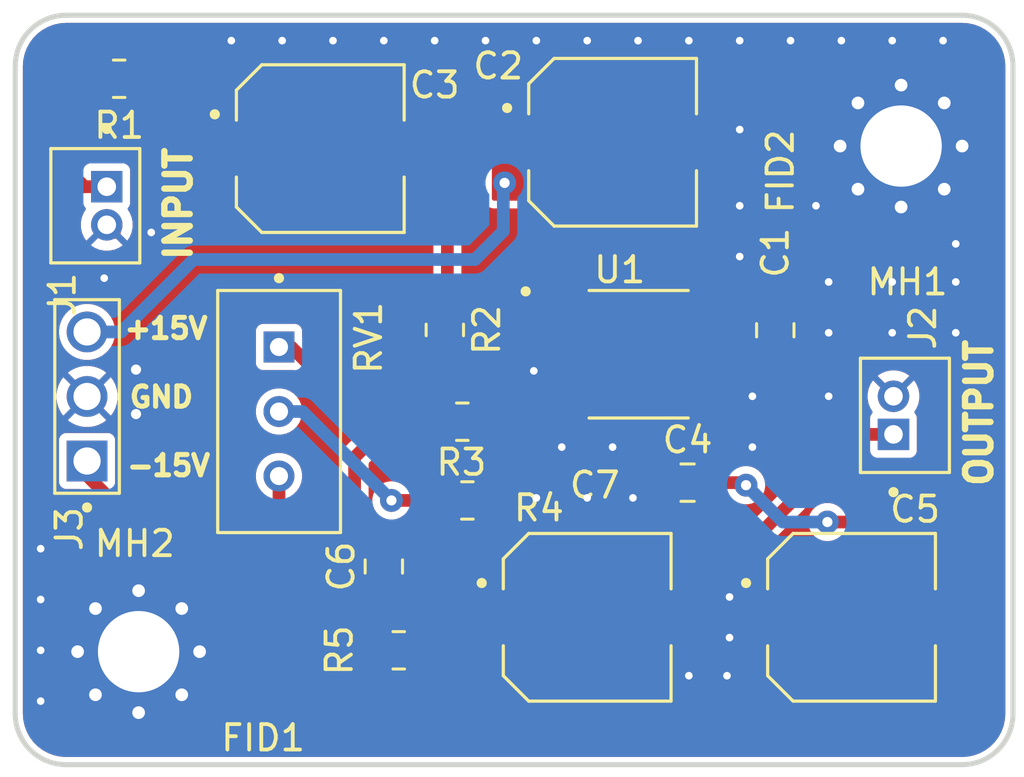
<source format=kicad_pcb>
(kicad_pcb (version 20241229) (generator "pcbnew") (generator_version "9.0")
  (layers (0 "F.Cu" signal) (2 "B.Cu" signal) (13 "F.Paste" user) (15 "B.Paste" user) (5 "F.SilkS" user "F.Silkscreen") (7 "B.SilkS" user "B.Silkscreen") (1 "F.Mask" user) (3 "B.Mask" user) (25 "Edge.Cuts" user))
  (net 0 "")
  (net 1 "+15V")
  (net 2 "GND")
  (net 3 "Net-(C3-Pad1)")
  (net 4 "-15V")
  (net 5 "Net-(C6-Pad1)")
  (net 6 "Net-(C6-Pad2)")
  (net 7 "Net-(C7-Pad1)")
  (net 8 "/CONN_I")
  (net 9 "/CONN_O")
  (net 10 "/O_P")
  (net 11 "Net-(R4-Pad1)")
  (net 12 "/IN_L")
  (footprint "MountingHole:MountingHole_3.2mm_M3_Pad_Via" (layer "F.Cu") (at 168.85 102.15)
    (property "Reference" "MH1" (at 0.25 5.35 0) (layer "F.SilkS"))
    (property "Value" "M3")
    (pad "1" thru_hole circle (at -2.4 0) (size 0.8 0.8) (drill 0.5) (layers "*.Cu" "*.Mask") (net 2 "GND"))
    (pad "1" thru_hole circle (at -1.697056 -1.697056) (size 0.8 0.8) (drill 0.5) (layers "*.Cu" "*.Mask") (net 2 "GND"))
    (pad "1" thru_hole circle (at -1.697056 1.697056) (size 0.8 0.8) (drill 0.5) (layers "*.Cu" "*.Mask") (net 2 "GND"))
    (pad "1" thru_hole circle (at 0 -2.4) (size 0.8 0.8) (drill 0.5) (layers "*.Cu" "*.Mask") (net 2 "GND"))
    (pad "1" thru_hole circle (at 0 0) (size 6.4 6.4) (drill 3.2) (layers "*.Cu" "*.Mask") (net 2 "GND"))
    (pad "1" thru_hole circle (at 0 2.4) (size 0.8 0.8) (drill 0.5) (layers "*.Cu" "*.Mask") (net 2 "GND"))
    (pad "1" thru_hole circle (at 1.697056 -1.697056) (size 0.8 0.8) (drill 0.5) (layers "*.Cu" "*.Mask") (net 2 "GND"))
    (pad "1" thru_hole circle (at 1.697056 1.697056) (size 0.8 0.8) (drill 0.5) (layers "*.Cu" "*.Mask") (net 2 "GND"))
    (pad "1" thru_hole circle (at 2.4 0) (size 0.8 0.8) (drill 0.5) (layers "*.Cu" "*.Mask") (net 2 "GND"))
  )
  (footprint "Electrolytic_EEE1CA470SP:CAP_EEE1CA470SP" (layer "F.Cu") (at 166.9 120.7)
    (property "Reference" "C5" (at 2.5 -4.25 0) (layer "F.SilkS"))
    (property "Value" "47u")
    (fp_line (start -3.3 -2.3) (end -3.3 -1.12) (stroke (width 0.127)) (layer "F.SilkS"))
    (fp_line (start -3.3 1.12) (end -3.3 2.3) (stroke (width 0.127)) (layer "F.SilkS"))
    (fp_line (start -3.3 2.3) (end -2.3 3.3) (stroke (width 0.127)) (layer "F.SilkS"))
    (fp_line (start -2.3 -3.3) (end -3.3 -2.3) (stroke (width 0.127)) (layer "F.SilkS"))
    (fp_line (start -2.3 3.3) (end 3.3 3.3) (stroke (width 0.127)) (layer "F.SilkS"))
    (fp_line (start 3.3 -3.3) (end -2.3 -3.3) (stroke (width 0.127)) (layer "F.SilkS"))
    (fp_line (start 3.3 -1.12) (end 3.3 -3.3) (stroke (width 0.127)) (layer "F.SilkS"))
    (fp_line (start 3.3 3.3) (end 3.3 1.12) (stroke (width 0.127)) (layer "F.SilkS"))
    (fp_circle (center -4.15 -1.35) (end -4.05 -1.35) (stroke (width 0.2)) (fill no) (layer "F.SilkS"))
    (pad "1" smd rect (at -2.5 0) (size 3.2 1.6) (layers "F.Cu" "F.Mask" "F.Paste") (net 2 "GND"))
    (pad "2" smd rect (at 2.5 0) (size 3.2 1.6) (layers "F.Cu" "F.Mask" "F.Paste") (net 4 "-15V"))
  )
  (footprint "MountingHole:MountingHole_3.2mm_M3_Pad_Via" (layer "F.Cu") (at 138.852944 122.052944)
    (property "Reference" "MH2" (at -0.152944 -4.252944 0) (layer "F.SilkS"))
    (property "Value" "M3")
    (pad "1" thru_hole circle (at -2.4 0) (size 0.8 0.8) (drill 0.5) (layers "*.Cu" "*.Mask") (net 2 "GND"))
    (pad "1" thru_hole circle (at -1.697056 -1.697056) (size 0.8 0.8) (drill 0.5) (layers "*.Cu" "*.Mask") (net 2 "GND"))
    (pad "1" thru_hole circle (at -1.697056 1.697056) (size 0.8 0.8) (drill 0.5) (layers "*.Cu" "*.Mask") (net 2 "GND"))
    (pad "1" thru_hole circle (at 0 -2.4) (size 0.8 0.8) (drill 0.5) (layers "*.Cu" "*.Mask") (net 2 "GND"))
    (pad "1" thru_hole circle (at 0 0) (size 6.4 6.4) (drill 3.2) (layers "*.Cu" "*.Mask") (net 2 "GND"))
    (pad "1" thru_hole circle (at 0 2.4) (size 0.8 0.8) (drill 0.5) (layers "*.Cu" "*.Mask") (net 2 "GND"))
    (pad "1" thru_hole circle (at 1.697056 -1.697056) (size 0.8 0.8) (drill 0.5) (layers "*.Cu" "*.Mask") (net 2 "GND"))
    (pad "1" thru_hole circle (at 1.697056 1.697056) (size 0.8 0.8) (drill 0.5) (layers "*.Cu" "*.Mask") (net 2 "GND"))
    (pad "1" thru_hole circle (at 2.4 0) (size 0.8 0.8) (drill 0.5) (layers "*.Cu" "*.Mask") (net 2 "GND"))
  )
  (footprint "Resistor_SMD:R_0805_2012Metric" (layer "F.Cu") (at 151.5875 113 180)
    (property "Reference" "R3" (at 0.0375 -1.6 0) (layer "F.SilkS"))
    (property "Value" "1k5")
    (fp_line (start -0.227064 0.735) (end 0.227064 0.735) (stroke (width 0.12)) (layer "F.SilkS"))
    (fp_line (start -0.227064 -0.735) (end 0.227064 -0.735) (stroke (width 0.12)) (layer "F.SilkS"))
    (pad "1" smd roundrect (at -0.9125 0 180) (size 1.025 1.4) (layers "F.Cu" "F.Mask" "F.Paste") (roundrect_rratio 0.243902) (net 10 "/O_P"))
    (pad "2" smd roundrect (at 0.9125 0 180) (size 1.025 1.4) (layers "F.Cu" "F.Mask" "F.Paste") (roundrect_rratio 0.243902) (net 6 "Net-(C6-Pad2)"))
  )
  (footprint "Capacitor_SMD:C_0805_2012Metric" (layer "F.Cu") (at 148.5 118.7 90)
    (property "Reference" "C6" (at 0 -1.68 90) (layer "F.SilkS"))
    (property "Value" "47u")
    (fp_line (start -0.261252 -0.735) (end 0.261252 -0.735) (stroke (width 0.12)) (layer "F.SilkS"))
    (fp_line (start -0.261252 0.735) (end 0.261252 0.735) (stroke (width 0.12)) (layer "F.SilkS"))
    (pad "1" smd roundrect (at -0.95 0 90) (size 1 1.45) (layers "F.Cu" "F.Mask" "F.Paste") (net 5 "Net-(C6-Pad1)"))
    (pad "2" smd roundrect (at 0.95 0 90) (size 1 1.45) (layers "F.Cu" "F.Mask" "F.Paste") (net 6 "Net-(C6-Pad2)"))
  )
  (footprint "M20-9990346:HARWIN_M20-9990346" (layer "F.Cu") (at 136.825 112.0075 90)
    (property "Reference" "J3" (at -5.2175 -0.7 90) (layer "F.SilkS"))
    (property "Value" "Conn_01x03_Socket")
    (fp_line (start 3.81 -1.27) (end 3.81 1.27) (stroke (width 0.127)) (layer "F.SilkS"))
    (fp_line (start -3.81 -1.27) (end 3.81 -1.27) (stroke (width 0.127)) (layer "F.SilkS"))
    (fp_line (start 3.81 1.27) (end -3.81 1.27) (stroke (width 0.127)) (layer "F.SilkS"))
    (fp_line (start -3.81 1.27) (end -3.81 -1.27) (stroke (width 0.127)) (layer "F.SilkS"))
    (fp_circle (center -4.37 0) (end -4.27 0) (stroke (width 0.2)) (fill no) (layer "F.SilkS"))
    (pad "1" thru_hole rect (at -2.54 0 90) (size 1.605 1.605) (drill 1.07) (layers "*.Cu" "*.Mask") (net 4 "-15V"))
    (pad "2" thru_hole circle (at 0 0 90) (size 1.605 1.605) (drill 1.07) (layers "*.Cu" "*.Mask") (net 2 "GND"))
    (pad "3" thru_hole circle (at 2.54 0 90) (size 1.605 1.605) (drill 1.07) (layers "*.Cu" "*.Mask") (net 1 "+15V"))
  )
  (footprint "Fiducial:Fiducial_0.5mm_Mask2mm" (layer "F.Cu") (at 163.95 100)
    (property "Reference" "FID2" (at 0.15 3.15 90) (layer "F.SilkS"))
    (property "Value" "Fiducial" (hide yes))
    (pad "" smd circle (at 0 0) (size 0.5 0.5) (layers "F.Cu" "F.Mask") (clearance 0.75))
  )
  (footprint "Electrolytic_EEE1CA470SP:CAP_EEE1CA470SP" (layer "F.Cu") (at 146 102.25)
    (property "Reference" "C3" (at 4.5 -2.5 0) (layer "F.SilkS"))
    (property "Value" "47u")
    (fp_line (start -3.3 -2.3) (end -3.3 -1.12) (stroke (width 0.127)) (layer "F.SilkS"))
    (fp_line (start -3.3 1.12) (end -3.3 2.3) (stroke (width 0.127)) (layer "F.SilkS"))
    (fp_line (start -3.3 2.3) (end -2.3 3.3) (stroke (width 0.127)) (layer "F.SilkS"))
    (fp_line (start -2.3 -3.3) (end -3.3 -2.3) (stroke (width 0.127)) (layer "F.SilkS"))
    (fp_line (start -2.3 3.3) (end 3.3 3.3) (stroke (width 0.127)) (layer "F.SilkS"))
    (fp_line (start 3.3 -3.3) (end -2.3 -3.3) (stroke (width 0.127)) (layer "F.SilkS"))
    (fp_line (start 3.3 -1.12) (end 3.3 -3.3) (stroke (width 0.127)) (layer "F.SilkS"))
    (fp_line (start 3.3 3.3) (end 3.3 1.12) (stroke (width 0.127)) (layer "F.SilkS"))
    (fp_circle (center -4.15 -1.35) (end -4.05 -1.35) (stroke (width 0.2)) (fill no) (layer "F.SilkS"))
    (pad "1" smd rect (at -2.5 0) (size 3.2 1.6) (layers "F.Cu" "F.Mask" "F.Paste") (net 3 "Net-(C3-Pad1)"))
    (pad "2" smd rect (at 2.5 0) (size 3.2 1.6) (layers "F.Cu" "F.Mask" "F.Paste") (net 10 "/O_P"))
  )
  (footprint "TL072CDT:SOIC127P600X175-8N" (layer "F.Cu") (at 158.525 110.345)
    (property "Reference" "U1" (at -0.745 -3.322 0) (layer "F.SilkS"))
    (property "Value" "TL072CDT")
    (fp_line (start -1.95 -2.51) (end 1.95 -2.51) (stroke (width 0.127)) (layer "F.SilkS"))
    (fp_line (start -1.95 2.51) (end 1.95 2.51) (stroke (width 0.127)) (layer "F.SilkS"))
    (fp_circle (center -4.445 -2.475) (end -4.345 -2.475) (stroke (width 0.2)) (fill no) (layer "F.SilkS"))
    (pad "1" smd roundrect (at -2.475 -1.905) (size 1.97 0.57) (layers "F.Cu" "F.Mask" "F.Paste") (roundrect_rratio 0.125) (net 10 "/O_P"))
    (pad "2" smd roundrect (at -2.475 -0.635) (size 1.97 0.57) (layers "F.Cu" "F.Mask" "F.Paste") (roundrect_rratio 0.125) (net 12 "/IN_L"))
    (pad "3" smd roundrect (at -2.475 0.635) (size 1.97 0.57) (layers "F.Cu" "F.Mask" "F.Paste") (roundrect_rratio 0.125) (net 2 "GND"))
    (pad "4" smd roundrect (at -2.475 1.905) (size 1.97 0.57) (layers "F.Cu" "F.Mask" "F.Paste") (roundrect_rratio 0.125) (net 4 "-15V"))
    (pad "5" smd roundrect (at 2.475 1.905) (size 1.97 0.57) (layers "F.Cu" "F.Mask" "F.Paste") (roundrect_rratio 0.125))
    (pad "6" smd roundrect (at 2.475 0.635) (size 1.97 0.57) (layers "F.Cu" "F.Mask" "F.Paste") (roundrect_rratio 0.125))
    (pad "7" smd roundrect (at 2.475 -0.635) (size 1.97 0.57) (layers "F.Cu" "F.Mask" "F.Paste") (roundrect_rratio 0.125))
    (pad "8" smd roundrect (at 2.475 -1.905) (size 1.97 0.57) (layers "F.Cu" "F.Mask" "F.Paste") (roundrect_rratio 0.125) (net 1 "+15V"))
  )
  (footprint "Resistor_SMD:R_0805_2012Metric" (layer "F.Cu") (at 149.0875 122)
    (property "Reference" "R5" (at -2.3375 0 90) (layer "F.SilkS"))
    (property "Value" "1k5")
    (fp_line (start -0.227064 -0.735) (end 0.227064 -0.735) (stroke (width 0.12)) (layer "F.SilkS"))
    (fp_line (start -0.227064 0.735) (end 0.227064 0.735) (stroke (width 0.12)) (layer "F.SilkS"))
    (pad "1" smd roundrect (at -0.9125 0) (size 1.025 1.4) (layers "F.Cu" "F.Mask" "F.Paste") (roundrect_rratio 0.243902) (net 5 "Net-(C6-Pad1)"))
    (pad "2" smd roundrect (at 0.9125 0) (size 1.025 1.4) (layers "F.Cu" "F.Mask" "F.Paste") (roundrect_rratio 0.243902) (net 7 "Net-(C7-Pad1)"))
  )
  (footprint "Resistor_SMD:R_0805_2012Metric" (layer "F.Cu") (at 150.9 109.3875 -90)
    (property "Reference" "R2" (at 0 -1.65 90) (layer "F.SilkS"))
    (property "Value" "220k")
    (fp_line (start -0.227064 0.735) (end 0.227064 0.735) (stroke (width 0.12)) (layer "F.SilkS"))
    (fp_line (start -0.227064 -0.735) (end 0.227064 -0.735) (stroke (width 0.12)) (layer "F.SilkS"))
    (pad "1" smd roundrect (at -0.9125 0 270) (size 1.025 1.4) (layers "F.Cu" "F.Mask" "F.Paste") (roundrect_rratio 0.243902) (net 10 "/O_P"))
    (pad "2" smd roundrect (at 0.9125 0 270) (size 1.025 1.4) (layers "F.Cu" "F.Mask" "F.Paste") (roundrect_rratio 0.243902) (net 12 "/IN_L"))
  )
  (footprint "3296W-1-203LF:TRIM_3296W-1-203LF" (layer "F.Cu") (at 144.375 112.6 -90)
    (property "Reference" "RV1" (at -2.9 -3.525 90) (layer "F.SilkS") (effects (font (size 1.004283 1.004283))))
    (property "Value" "10k")
    (fp_line (start -4.765 2.41) (end -4.765 -2.42) (stroke (width 0.127)) (layer "F.SilkS"))
    (fp_line (start 4.765 2.41) (end -4.765 2.41) (stroke (width 0.127)) (layer "F.SilkS"))
    (fp_line (start -4.765 -2.42) (end 4.765 -2.42) (stroke (width 0.127)) (layer "F.SilkS"))
    (fp_line (start 4.765 -2.42) (end 4.765 2.41) (stroke (width 0.127)) (layer "F.SilkS"))
    (fp_circle (center -5.25 0) (end -5.15 0) (stroke (width 0.2)) (fill no) (layer "F.SilkS"))
    (pad "1" thru_hole rect (at -2.54 0 270) (size 1.218 1.218) (drill 0.71) (layers "*.Cu" "*.Mask") (net 6 "Net-(C6-Pad2)"))
    (pad "2" thru_hole circle (at 0 0 270) (size 1.218 1.218) (drill 0.71) (layers "*.Cu" "*.Mask") (net 11 "Net-(R4-Pad1)"))
    (pad "3" thru_hole circle (at 2.54 0 270) (size 1.218 1.218) (drill 0.71) (layers "*.Cu" "*.Mask") (net 5 "Net-(C6-Pad1)"))
  )
  (footprint "Fiducial:Fiducial_0.5mm_Mask2mm" (layer "F.Cu") (at 143.65 123.35)
    (property "Reference" "FID1" (at 0.1 2.1 0) (layer "F.SilkS"))
    (property "Value" "Fiducial" (hide yes))
    (pad "" smd circle (at 0 0) (size 0.5 0.5) (layers "F.Cu" "F.Mask") (clearance 0.75))
  )
  (footprint "RMC_Header_connector:JST_B2B-ZR_LF__SN_" (layer "F.Cu") (at 169 112.75 -90)
    (property "Reference" "J2" (at -3.45 -0.7 90) (layer "F.SilkS"))
    (property "Value" "Conn")
    (fp_line (start 2.25 1.75) (end -2.25 1.75) (stroke (width 0.127)) (layer "F.SilkS"))
    (fp_line (start 2.25 1.75) (end 2.25 -1.75) (stroke (width 0.127)) (layer "F.SilkS"))
    (fp_line (start -2.25 -1.75) (end -2.25 1.75) (stroke (width 0.127)) (layer "F.SilkS"))
    (fp_line (start 2.25 -1.75) (end -2.25 -1.75) (stroke (width 0.127)) (layer "F.SilkS"))
    (fp_circle (center 3.023 0.45) (end 3.123 0.45) (stroke (width 0.2)) (fill no) (layer "F.SilkS"))
    (pad "1" thru_hole rect (at 0.75 0.45 270) (size 1.238 1.238) (drill 0.73) (layers "*.Cu" "*.Mask") (net 8 "/CONN_I"))
    (pad "2" thru_hole circle (at -0.75 0.45 270) (size 1.238 1.238) (drill 0.73) (layers "*.Cu" "*.Mask") (net 2 "GND"))
  )
  (footprint "Electrolytic_EEE1CA470SP:CAP_EEE1CA470SP" (layer "F.Cu") (at 157.5 102)
    (property "Reference" "C2" (at -4.5 -3 0) (layer "F.SilkS"))
    (property "Value" "47u")
    (fp_line (start -3.3 -2.3) (end -3.3 -1.12) (stroke (width 0.127)) (layer "F.SilkS"))
    (fp_line (start -3.3 1.12) (end -3.3 2.3) (stroke (width 0.127)) (layer "F.SilkS"))
    (fp_line (start -3.3 2.3) (end -2.3 3.3) (stroke (width 0.127)) (layer "F.SilkS"))
    (fp_line (start -2.3 -3.3) (end -3.3 -2.3) (stroke (width 0.127)) (layer "F.SilkS"))
    (fp_line (start -2.3 3.3) (end 3.3 3.3) (stroke (width 0.127)) (layer "F.SilkS"))
    (fp_line (start 3.3 -3.3) (end -2.3 -3.3) (stroke (width 0.127)) (layer "F.SilkS"))
    (fp_line (start 3.3 -1.12) (end 3.3 -3.3) (stroke (width 0.127)) (layer "F.SilkS"))
    (fp_line (start 3.3 3.3) (end 3.3 1.12) (stroke (width 0.127)) (layer "F.SilkS"))
    (fp_circle (center -4.15 -1.35) (end -4.05 -1.35) (stroke (width 0.2)) (fill no) (layer "F.SilkS"))
    (pad "1" smd rect (at -2.5 0) (size 3.2 1.6) (layers "F.Cu" "F.Mask" "F.Paste") (net 1 "+15V"))
    (pad "2" smd rect (at 2.5 0) (size 3.2 1.6) (layers "F.Cu" "F.Mask" "F.Paste") (net 2 "GND"))
  )
  (footprint "Capacitor_SMD:C_0805_2012Metric" (layer "F.Cu") (at 160.45 115.4)
    (property "Reference" "C4" (at 0 -1.68 0) (layer "F.SilkS"))
    (property "Value" "0u1")
    (fp_line (start -0.261252 -0.735) (end 0.261252 -0.735) (stroke (width 0.12)) (layer "F.SilkS"))
    (fp_line (start -0.261252 0.735) (end 0.261252 0.735) (stroke (width 0.12)) (layer "F.SilkS"))
    (pad "1" smd roundrect (at -0.95 0) (size 1 1.45) (layers "F.Cu" "F.Mask" "F.Paste") (net 2 "GND"))
    (pad "2" smd roundrect (at 0.95 0) (size 1 1.45) (layers "F.Cu" "F.Mask" "F.Paste") (net 4 "-15V"))
  )
  (footprint "RMC_Header_connector:JST_B2B-ZR_LF__SN_" (layer "F.Cu") (at 137.15 104.5 90)
    (property "Reference" "J1" (at -3.5 -1.3 90) (layer "F.SilkS"))
    (property "Value" "Conn")
    (fp_line (start 2.25 -1.75) (end -2.25 -1.75) (stroke (width 0.127)) (layer "F.SilkS"))
    (fp_line (start -2.25 -1.75) (end -2.25 1.75) (stroke (width 0.127)) (layer "F.SilkS"))
    (fp_line (start 2.25 1.75) (end 2.25 -1.75) (stroke (width 0.127)) (layer "F.SilkS"))
    (fp_line (start 2.25 1.75) (end -2.25 1.75) (stroke (width 0.127)) (layer "F.SilkS"))
    (fp_circle (center 3.023 0.45) (end 3.123 0.45) (stroke (width 0.2)) (fill no) (layer "F.SilkS"))
    (pad "1" thru_hole rect (at 0.75 0.45 90) (size 1.238 1.238) (drill 0.73) (layers "*.Cu" "*.Mask") (net 9 "/CONN_O"))
    (pad "2" thru_hole circle (at -0.75 0.45 90) (size 1.238 1.238) (drill 0.73) (layers "*.Cu" "*.Mask") (net 2 "GND"))
  )
  (footprint "Resistor_SMD:R_0805_2012Metric" (layer "F.Cu") (at 138.0875 99.5 180)
    (property "Reference" "R1" (at 0 -1.8375 0) (layer "F.SilkS"))
    (property "Value" "47k")
    (fp_line (start -0.227064 0.735) (end 0.227064 0.735) (stroke (width 0.12)) (layer "F.SilkS"))
    (fp_line (start -0.227064 -0.735) (end 0.227064 -0.735) (stroke (width 0.12)) (layer "F.SilkS"))
    (pad "1" smd roundrect (at -0.9125 0 180) (size 1.025 1.4) (layers "F.Cu" "F.Mask" "F.Paste") (roundrect_rratio 0.243902) (net 3 "Net-(C3-Pad1)"))
    (pad "2" smd roundrect (at 0.9125 0 180) (size 1.025 1.4) (layers "F.Cu" "F.Mask" "F.Paste") (roundrect_rratio 0.243902) (net 9 "/CONN_O"))
  )
  (footprint "Capacitor_SMD:C_0805_2012Metric" (layer "F.Cu") (at 163.9 109.4 90)
    (property "Reference" "C1" (at 3.05 0 90) (layer "F.SilkS"))
    (property "Value" "0u1")
    (fp_line (start -0.261252 -0.735) (end 0.261252 -0.735) (stroke (width 0.12)) (layer "F.SilkS"))
    (fp_line (start -0.261252 0.735) (end 0.261252 0.735) (stroke (width 0.12)) (layer "F.SilkS"))
    (pad "1" smd roundrect (at -0.95 0 90) (size 1 1.45) (layers "F.Cu" "F.Mask" "F.Paste") (net 2 "GND"))
    (pad "2" smd roundrect (at 0.95 0 90) (size 1 1.45) (layers "F.Cu" "F.Mask" "F.Paste") (net 1 "+15V"))
  )
  (footprint "Resistor_SMD:R_0805_2012Metric" (layer "F.Cu") (at 151.7875 116.1)
    (property "Reference" "R4" (at 2.8125 0.3 0) (layer "F.SilkS"))
    (property "Value" "1k5")
    (fp_line (start -0.227064 -0.735) (end 0.227064 -0.735) (stroke (width 0.12)) (layer "F.SilkS"))
    (fp_line (start -0.227064 0.735) (end 0.227064 0.735) (stroke (width 0.12)) (layer "F.SilkS"))
    (pad "1" smd roundrect (at -0.9125 0) (size 1.025 1.4) (layers "F.Cu" "F.Mask" "F.Paste") (roundrect_rratio 0.243902) (net 11 "Net-(R4-Pad1)"))
    (pad "2" smd roundrect (at 0.9125 0) (size 1.025 1.4) (layers "F.Cu" "F.Mask" "F.Paste") (roundrect_rratio 0.243902) (net 12 "/IN_L"))
  )
  (footprint "Electrolytic_EEE1CA470SP:CAP_EEE1CA470SP" (layer "F.Cu") (at 156.5 120.7)
    (property "Reference" "C7" (at 0.3 -5.2 0) (layer "F.SilkS"))
    (property "Value" "47u")
    (fp_line (start -3.3 -2.3) (end -3.3 -1.12) (stroke (width 0.127)) (layer "F.SilkS"))
    (fp_line (start -3.3 1.12) (end -3.3 2.3) (stroke (width 0.127)) (layer "F.SilkS"))
    (fp_line (start -3.3 2.3) (end -2.3 3.3) (stroke (width 0.127)) (layer "F.SilkS"))
    (fp_line (start -2.3 -3.3) (end -3.3 -2.3) (stroke (width 0.127)) (layer "F.SilkS"))
    (fp_line (start -2.3 3.3) (end 3.3 3.3) (stroke (width 0.127)) (layer "F.SilkS"))
    (fp_line (start 3.3 -3.3) (end -2.3 -3.3) (stroke (width 0.127)) (layer "F.SilkS"))
    (fp_line (start 3.3 -1.12) (end 3.3 -3.3) (stroke (width 0.127)) (layer "F.SilkS"))
    (fp_line (start 3.3 3.3) (end 3.3 1.12) (stroke (width 0.127)) (layer "F.SilkS"))
    (fp_circle (center -4.15 -1.35) (end -4.05 -1.35) (stroke (width 0.2)) (fill no) (layer "F.SilkS"))
    (pad "1" smd rect (at -2.5 0) (size 3.2 1.6) (layers "F.Cu" "F.Mask" "F.Paste") (net 7 "Net-(C7-Pad1)"))
    (pad "2" smd rect (at 2.5 0) (size 3.2 1.6) (layers "F.Cu" "F.Mask" "F.Paste") (net 8 "/CONN_I"))
  )
  (gr_arc (start 134 99) (mid 134.585786 97.585786) (end 136 97) (stroke (width 0.2)) (layer "Edge.Cuts"))
  (gr_line (start 134 124.5) (end 134 99) (stroke (width 0.2)) (layer "Edge.Cuts"))
  (gr_line (start 173.25 99) (end 173.25 124.5) (stroke (width 0.2)) (layer "Edge.Cuts"))
  (gr_line (start 136 97) (end 171.25 97) (stroke (width 0.2)) (layer "Edge.Cuts"))
  (gr_arc (start 173.25 124.5) (mid 172.664214 125.914214) (end 171.25 126.5) (stroke (width 0.2)) (layer "Edge.Cuts"))
  (gr_line (start 171.25 126.5) (end 136 126.5) (stroke (width 0.2)) (layer "Edge.Cuts"))
  (gr_arc (start 171.25 97) (mid 172.664214 97.585786) (end 173.25 99) (stroke (width 0.2)) (layer "Edge.Cuts"))
  (gr_arc (start 136 126.5) (mid 134.585786 125.914214) (end 134 124.5) (stroke (width 0.2)) (layer "Edge.Cuts"))
  (gr_text "-15V\n" (at 138.3 115.2 0) (layer "F.SilkS") (effects (font (size 0.8 0.8) (thickness 0.2) (bold yes)) (justify left bottom)))
  (gr_text "GND\n" (at 138.4 112.5 0) (layer "F.SilkS") (effects (font (size 0.8 0.8) (thickness 0.2) (bold yes)) (justify left bottom)))
  (gr_text "INPUT" (at 141 106.75 90) (layer "F.SilkS") (effects (font (size 1 1) (thickness 0.25) (bold yes)) (justify left bottom)))
  (gr_text "OUTPUT" (at 172.5 115.65 90) (layer "F.SilkS") (effects (font (size 1 1) (thickness 0.25) (bold yes)) (justify left bottom)))
  (gr_text "+15V\n" (at 138.2 109.8 0) (layer "F.SilkS") (effects (font (size 0.8 0.8) (thickness 0.2) (bold yes)) (justify left bottom)))
  (via (at 153.25 103.6) (size 0.9) (drill 0.4) (layers "F.Cu" "B.Cu") (net 1))
  (segment (start 152.083607 106.616393) (end 153.2 105.5) (width 0.5) (layer "B.Cu") (net 1))
  (segment (start 136.825 109.4675) (end 138.165286 109.4675) (width 0.5) (layer "B.Cu") (net 1))
  (segment (start 153.2 105.5) (end 153.2 103.65) (width 0.5) (layer "B.Cu") (net 1))
  (segment (start 141.016393 106.616393) (end 152.083607 106.616393) (width 0.5) (layer "B.Cu") (net 1))
  (segment (start 138.165286 109.4675) (end 141.016393 106.616393) (width 0.5) (layer "B.Cu") (net 1))
  (segment (start 153.2 103.65) (end 153.25 103.6) (width 0.5) (layer "B.Cu") (net 1))
  (segment (start 159.2 115.1) (end 159.5 115.4) (width 0.5) (layer "F.Cu") (net 2))
  (segment (start 154.42 110.98) (end 154.4 111) (width 0.5) (layer "F.Cu") (net 2))
  (segment (start 156.05 110.98) (end 154.42 110.98) (width 0.5) (layer "F.Cu") (net 2))
  (segment (start 168.35 111.8) (end 168.55 112) (width 0.5) (layer "F.Cu") (net 2))
  (segment (start 160.6 101.4) (end 160 102) (width 0.5) (layer "F.Cu") (net 2))
  (segment (start 137.9 105.55) (end 137.6 105.25) (width 0.5) (layer "F.Cu") (net 2))
  (segment (start 137.5 105.35) (end 137.6 105.25) (width 0.5) (layer "F.Cu") (net 2))
  (segment (start 168.4 111.85) (end 168.55 112) (width 0.5) (layer "F.Cu") (net 2))
  (via (at 135 118) (size 0.7) (drill 0.3) (layers "F.Cu" "B.Cu") (net 2))
  (via (at 171 107.5) (size 0.7) (drill 0.3) (layers "F.Cu" "B.Cu") (net 2))
  (via (at 142.5 98) (size 0.7) (drill 0.3) (layers "F.Cu" "B.Cu") (net 2))
  (via (at 157.5 114) (size 0.7) (drill 0.3) (layers "F.Cu" "B.Cu") (net 2))
  (via (at 155.5 114) (size 0.7) (drill 0.3) (layers "F.Cu" "B.Cu") (net 2))
  (via (at 164.5 98) (size 0.7) (drill 0.3) (layers "F.Cu" "B.Cu") (net 2))
  (via (at 171 106) (size 0.7) (drill 0.3) (layers "F.Cu" "B.Cu") (net 2))
  (via (at 166 107.5) (size 0.7) (drill 0.3) (layers "F.Cu" "B.Cu") (net 2))
  (via (at 166.5 98) (size 0.7) (drill 0.3) (layers "F.Cu" "B.Cu") (net 2))
  (via (at 137.5 107.35) (size 0.7) (drill 0.3) (layers "F.Cu" "B.Cu") (net 2))
  (via (at 148.5 98) (size 0.7) (drill 0.3) (layers "F.Cu" "B.Cu") (net 2))
  (via (at 158.3 116) (size 0.7) (drill 0.3) (layers "F.Cu" "B.Cu") (net 2))
  (via (at 170.5 98) (size 0.7) (drill 0.3) (layers "F.Cu" "B.Cu") (net 2))
  (via (at 160.5 98) (size 0.7) (drill 0.3) (layers "F.Cu" "B.Cu") (net 2))
  (via (at 163 114) (size 0.7) (drill 0.3) (layers "F.Cu" "B.Cu") (net 2))
  (via (at 166 109.5) (size 0.7) (drill 0.3) (layers "F.Cu" "B.Cu") (net 2))
  (via (at 154.5 98) (size 0.7) (drill 0.3) (layers "F.Cu" "B.Cu") (net 2))
  (via (at 152.5 98) (size 0.7) (drill 0.3) (layers "F.Cu" "B.Cu") (net 2))
  (via (at 144.5 98) (size 0.7) (drill 0.3) (layers "F.Cu" "B.Cu") (net 2))
  (via (at 135 122) (size 0.7) (drill 0.3) (layers "F.Cu" "B.Cu") (net 2))
  (via (at 162.1 119.9) (size 0.7) (drill 0.3) (layers "F.Cu" "B.Cu") (net 2))
  (via (at 163 112) (size 0.7) (drill 0.3) (layers "F.Cu" "B.Cu") (net 2))
  (via (at 168.5 107.5) (size 0.7) (drill 0.3) (layers "F.Cu" "B.Cu") (net 2))
  (via (at 165.5 104.5) (size 0.7) (drill 0.3) (layers "F.Cu" "B.Cu") (net 2))
  (via (at 166 112) (size 0.7) (drill 0.3) (layers "F.Cu" "B.Cu") (net 2))
  (via (at 135 124) (size 0.7) (drill 0.3) (layers "F.Cu" "B.Cu") (net 2))
  (via (at 168.5 98) (size 0.7) (drill 0.3) (layers "F.Cu" "B.Cu") (net 2))
  (via (at 162.5 98) (size 0.7) (drill 0.3) (layers "F.Cu" "B.Cu") (net 2))
  (via (at 162.5 106.5) (size 0.7) (drill 0.3) (layers "F.Cu" "B.Cu") (net 2))
  (via (at 162.5 101.5) (size 0.7) (drill 0.3) (layers "F.Cu" "B.Cu") (net 2))
  (via (at 138.75 110.95) (size 0.9) (drill 0.4) (layers "F.Cu" "B.Cu") (net 2))
  (via (at 135 120) (size 0.7) (drill 0.3) (layers "F.Cu" "B.Cu") (net 2))
  (via (at 158.5 98) (size 0.7) (drill 0.3) (layers "F.Cu" "B.Cu") (net 2))
  (via (at 162.1 121.5) (size 0.7) (drill 0.3) (layers "F.Cu" "B.Cu") (net 2))
  (via (at 162.5 104.5) (size 0.7) (drill 0.3) (layers "F.Cu" "B.Cu") (net 2))
  (via (at 162 123) (size 0.7) (drill 0.3) (layers "F.Cu" "B.Cu") (net 2))
  (via (at 154.5 116) (size 0.7) (drill 0.3) (layers "F.Cu" "B.Cu") (net 2))
  (via (at 171 109.5) (size 0.7) (drill 0.3) (layers "F.Cu" "B.Cu") (net 2))
  (via (at 156.5 116) (size 0.7) (drill 0.3) (layers "F.Cu" "B.Cu") (net 2))
  (via (at 150.5 98) (size 0.7) (drill 0.3) (layers "F.Cu" "B.Cu") (net 2))
  (via (at 138.75 112.7) (size 0.9) (drill 0.4) (layers "F.Cu" "B.Cu") (net 2))
  (via (at 146.5 98) (size 0.7) (drill 0.3) (layers "F.Cu" "B.Cu") (net 2))
  (via (at 168.5 109.5) (size 0.7) (drill 0.3) (layers "F.Cu" "B.Cu") (net 2))
  (via (at 156.5 98) (size 0.7) (drill 0.3) (layers "F.Cu" "B.Cu") (net 2))
  (via (at 160.5 123) (size 0.7) (drill 0.3) (layers "F.Cu" "B.Cu") (net 2))
  (via (at 139.35 105.55) (size 0.7) (drill 0.3) (layers "F.Cu" "B.Cu") (net 2))
  (via (at 154.4 111) (size 0.7) (drill 0.3) (layers "F.Cu" "B.Cu") (net 2))
  (segment (start 139 99.5) (end 139.9 99.5) (width 0.5) (layer "F.Cu") (net 3))
  (segment (start 140.5 101.2) (end 141.55 102.25) (width 0.5) (layer "F.Cu") (net 3))
  (segment (start 140.5 100.1) (end 140.5 101.2) (width 0.5) (layer "F.Cu") (net 3))
  (segment (start 141.55 102.25) (end 143.5 102.25) (width 0.5) (layer "F.Cu") (net 3))
  (segment (start 139.9 99.5) (end 140.5 100.1) (width 0.5) (layer "F.Cu") (net 3))
  (segment (start 147.15 124.9) (end 169.25 124.9) (width 0.5) (layer "F.Cu") (net 4))
  (segment (start 161.4 114.2) (end 161.4 115.4) (width 0.5) (layer "F.Cu") (net 4))
  (segment (start 171.15 124.95) (end 169.3 124.95) (width 1) (layer "F.Cu") (net 4))
  (segment (start 171.9 124.2) (end 171.15 124.95) (width 1) (layer "F.Cu") (net 4))
  (segment (start 168.75 120.7) (end 169.4 120.7) (width 0.5) (layer "F.Cu") (net 4))
  (segment (start 165.95 116.95) (end 167.1 116.95) (width 0.5) (layer "F.Cu") (net 4))
  (segment (start 156.05 112.25) (end 157.85 112.25) (width 0.5) (layer "F.Cu") (net 4))
  (segment (start 169.4 120.7) (end 171.4 120.7) (width 1) (layer "F.Cu") (net 4))
  (segment (start 136.825 115.125) (end 138.35 116.65) (width 0.5) (layer "F.Cu") (net 4))
  (segment (start 161.4 115.4) (end 162.65 115.4) (width 0.5) (layer "F.Cu") (net 4))
  (segment (start 160.95 113.75) (end 161.4 114.2) (width 0.5) (layer "F.Cu") (net 4))
  (segment (start 167.1 116.95) (end 167.3 117.15) (width 0.5) (layer "F.Cu") (net 4))
  (segment (start 167.3 117.55) (end 167.3 119.25) (width 1) (layer "F.Cu") (net 4))
  (segment (start 171.9 121.2) (end 171.9 123.65) (width 1) (layer "F.Cu") (net 4))
  (segment (start 162.65 115.4) (end 162.75 115.5) (width 0.5) (layer "F.Cu") (net 4))
  (segment (start 171.4 120.7) (end 171.9 121.2) (width 1) (layer "F.Cu") (net 4))
  (segment (start 171.9 123.65) (end 171.9 124.2) (width 1) (layer "F.Cu") (net 4))
  (segment (start 167.3 119.25) (end 168.75 120.7) (width 1) (layer "F.Cu") (net 4))
  (segment (start 145.65 122.2) (end 145.65 123.4) (width 0.5) (layer "F.Cu") (net 4))
  (segment (start 145.65 123.4) (end 147.15 124.9) (width 0.5) (layer "F.Cu") (net 4))
  (segment (start 159.35 113.75) (end 160.95 113.75) (width 0.5) (layer "F.Cu") (net 4))
  (segment (start 140.1 116.65) (end 145.65 122.2) (width 0.5) (layer "F.Cu") (net 4))
  (segment (start 157.85 112.25) (end 159.35 113.75) (width 0.5) (layer "F.Cu") (net 4))
  (segment (start 169.25 124.9) (end 169.3 124.95) (width 0.5) (layer "F.Cu") (net 4))
  (segment (start 138.35 116.65) (end 140.1 116.65) (width 0.5) (layer "F.Cu") (net 4))
  (segment (start 167.3 117.15) (end 167.3 117.55) (width 0.5) (layer "F.Cu") (net 4))
  (segment (start 136.825 114.5475) (end 136.825 115.125) (width 0.5) (layer "F.Cu") (net 4))
  (via (at 165.95 116.95) (size 0.9) (drill 0.4) (layers "F.Cu" "B.Cu") (net 4))
  (via (at 162.75 115.5) (size 0.9) (drill 0.4) (layers "F.Cu" "B.Cu") (net 4))
  (segment (start 165.95 116.95) (end 164.2 116.95) (width 0.5) (layer "B.Cu") (net 4))
  (segment (start 164.2 116.95) (end 162.75 115.5) (width 0.5) (layer "B.Cu") (net 4))
  (segment (start 148.5 119.65) (end 148 120.15) (width 0.5) (layer "F.Cu") (net 5))
  (segment (start 148 120.8) (end 148.175 120.975) (width 0.5) (layer "F.Cu") (net 5))
  (segment (start 148 120.15) (end 148 120.8) (width 0.5) (layer "F.Cu") (net 5))
  (segment (start 148.5 119.65) (end 145.55 119.65) (width 0.5) (layer "F.Cu") (net 5))
  (segment (start 144.375 118.475) (end 144.375 115.14) (width 0.5) (layer "F.Cu") (net 5))
  (segment (start 148.175 120.975) (end 148.175 122) (width 0.5) (layer "F.Cu") (net 5))
  (segment (start 145.55 119.65) (end 144.375 118.475) (width 0.5) (layer "F.Cu") (net 5))
  (segment (start 148.75 113) (end 147.35 114.4) (width 0.5) (layer "F.Cu") (net 6))
  (segment (start 147.65 117.75) (end 148.5 117.75) (width 0.5) (layer "F.Cu") (net 6))
  (segment (start 144.86 110.06) (end 144.375 110.06) (width 0.5) (layer "F.Cu") (net 6))
  (segment (start 147.35 117.45) (end 147.65 117.75) (width 0.5) (layer "F.Cu") (net 6))
  (segment (start 147.35 114.4) (end 147.35 117.45) (width 0.5) (layer "F.Cu") (net 6))
  (segment (start 149.6 113) (end 148.75 113) (width 0.5) (layer "F.Cu") (net 6))
  (segment (start 149.6 113) (end 148.5 111.9) (width 0.5) (layer "F.Cu") (net 6))
  (segment (start 150.675 113) (end 149.6 113) (width 0.5) (layer "F.Cu") (net 6))
  (segment (start 146.7 111.9) (end 144.86 110.06) (width 0.5) (layer "F.Cu") (net 6))
  (segment (start 148.5 111.9) (end 146.7 111.9) (width 0.5) (layer "F.Cu") (net 6))
  (segment (start 154 120.7) (end 152.5 122.2) (width 0.5) (layer "F.Cu") (net 7))
  (segment (start 152.5 122.2) (end 150.2 122.2) (width 0.5) (layer "F.Cu") (net 7))
  (segment (start 150.2 122.2) (end 150 122) (width 0.5) (layer "F.Cu") (net 7))
  (segment (start 161.4 118.3) (end 159 120.7) (width 0.5) (layer "F.Cu") (net 8))
  (segment (start 168.55 113.5) (end 166.4 113.5) (width 0.5) (layer "F.Cu") (net 8))
  (segment (start 164.6 115.3) (end 164.6 116.1) (width 0.5) (layer "F.Cu") (net 8))
  (segment (start 166.4 113.5) (end 164.6 115.3) (width 0.5) (layer "F.Cu") (net 8))
  (segment (start 162.4 118.3) (end 161.4 118.3) (width 0.5) (layer "F.Cu") (net 8))
  (segment (start 164.6 116.1) (end 162.4 118.3) (width 0.5) (layer "F.Cu") (net 8))
  (segment (start 135.8 100.4) (end 135.8 102.825) (width 0.5) (layer "F.Cu") (net 9))
  (segment (start 136.725 103.75) (end 137.6 103.75) (width 0.5) (layer "F.Cu") (net 9))
  (segment (start 137.175 99.5) (end 136.7 99.5) (width 0.5) (layer "F.Cu") (net 9))
  (segment (start 136.7 99.5) (end 135.8 100.4) (width 0.5) (layer "F.Cu") (net 9))
  (segment (start 135.8 102.825) (end 136.725 103.75) (width 0.5) (layer "F.Cu") (net 9))
  (segment (start 152.1 111.7) (end 149.6 111.7) (width 0.5) (layer "F.Cu") (net 10))
  (segment (start 151 105.2) (end 151 108.375) (width 0.5) (layer "F.Cu") (net 10))
  (segment (start 150.35 102.25) (end 151 102.9) (width 1) (layer "F.Cu") (net 10))
  (segment (start 152.225 108.475) (end 152.6 108.1) (width 0.5) (layer "F.Cu") (net 10))
  (segment (start 153.8 108.1) (end 154.1 108.4) (width 0.5) (layer "F.Cu") (net 10))
  (segment (start 152.6 108.1) (end 153.8 108.1) (width 0.5) (layer "F.Cu") (net 10))
  (segment (start 151 102.9) (end 151 105.2) (width 1) (layer "F.Cu") (net 10))
  (segment (start 151 108.375) (end 150.9 108.475) (width 0.5) (layer "F.Cu") (net 10))
  (segment (start 152.5 113) (end 152.5 112.1) (width 0.5) (layer "F.Cu") (net 10))
  (segment (start 149.6 111.7) (end 149.1 111.2) (width 0.5) (layer "F.Cu") (net 10))
  (segment (start 149.1 111.2) (end 149.1 109) (width 0.5) (layer "F.Cu") (net 10))
  (segment (start 149.625 108.475) (end 150.9 108.475) (width 0.5) (layer "F.Cu") (net 10))
  (segment (start 152.5 112.1) (end 152.1 111.7) (width 0.5) (layer "F.Cu") (net 10))
  (segment (start 149.1 109) (end 149.625 108.475) (width 0.5) (layer "F.Cu") (net 10))
  (segment (start 155.04 108.44) (end 156.05 108.44) (width 0.5) (layer "F.Cu") (net 10))
  (segment (start 154.1 108.4) (end 155 108.4) (width 0.5) (layer "F.Cu") (net 10))
  (segment (start 151.3 108.475) (end 152.225 108.475) (width 0.5) (layer "F.Cu") (net 10))
  (segment (start 148.5 102.25) (end 150.35 102.25) (width 1) (layer "F.Cu") (net 10))
  (segment (start 151 105.2) (end 150.9 105.3) (width 0.5) (layer "F.Cu") (net 10))
  (segment (start 155 108.4) (end 155.04 108.44) (width 0.5) (layer "F.Cu") (net 10))
  (segment (start 148.8 116.1) (end 150.875 116.1) (width 0.5) (layer "F.Cu") (net 11))
  (via (at 148.8 116.1) (size 0.9) (drill 0.4) (layers "F.Cu" "B.Cu") (net 11))
  (segment (start 145.3 112.6) (end 144.375 112.6) (width 0.5) (layer "B.Cu") (net 11))
  (segment (start 145.3 112.6) (end 148.8 116.1) (width 0.5) (layer "B.Cu") (net 11))
  (segment (start 153.8 111.632786) (end 152.9 110.732786) (width 0.5) (layer "F.Cu") (net 12))
  (segment (start 152.9 110.3) (end 153.49 109.71) (width 0.5) (layer "F.Cu") (net 12))
  (segment (start 153.8 114.8) (end 153.8 111.632786) (width 0.5) (layer "F.Cu") (net 12))
  (segment (start 152.7 115.9) (end 153.8 114.8) (width 0.5) (layer "F.Cu") (net 12))
  (segment (start 152.9 110.732786) (end 152.9 110.3) (width 0.5) (layer "F.Cu") (net 12))
  (segment (start 153.49 109.71) (end 156.05 109.71) (width 0.5) (layer "F.Cu") (net 12))
  (segment (start 152.7 116.1) (end 152.7 115.9) (width 0.5) (layer "F.Cu") (net 12))
  (segment (start 151.3 110.3) (end 152.9 110.3) (width 0.5) (layer "F.Cu") (net 12))
  (zone (net 2) (net_name "GND") (layer "F.Cu") (connect_pads (clearance 0.3)) (min_thickness 0.15) (fill yes (thermal_gap 0.4) (thermal_bridge_width 0.25))
    (polygon (pts (xy 133.4 127) (xy 173.7 127) (xy 173.7 96.5) (xy 133.4 96.5)))
  )
  (zone (net 1) (net_name "+15V") (layer "F.Cu") (priority 1) (connect_pads yes (clearance 0.3)) (min_thickness 0.15) (fill yes (thermal_gap 0.4) (thermal_bridge_width 0.25))
    (polygon (pts (xy 152.75 104.3) (xy 157.35 104.3) (xy 159.9 108.2) (xy 159.9 108.85) (xy 162.3 108.85) (xy 162.5 109.025) (xy 164.65 109.025) (xy 164.75 108.875) (xy 164.775 107.85) (xy 162.275 107.85) (xy 162.275 107.7) (xy 160.782035 107.7) (xy 157.5 102.475) (xy 157.5 101.075) (xy 152.75 101.075)))
  )
  (zone (net 2) (net_name "GND") (layer "B.Cu") (connect_pads (clearance 0.3)) (min_thickness 0.15) (fill yes (thermal_gap 0.4) (thermal_bridge_width 0.25))
    (polygon (pts (xy 133.4 126.9) (xy 173.7 126.9) (xy 173.7 96.4) (xy 133.4 96.4)))
  )
)
</source>
